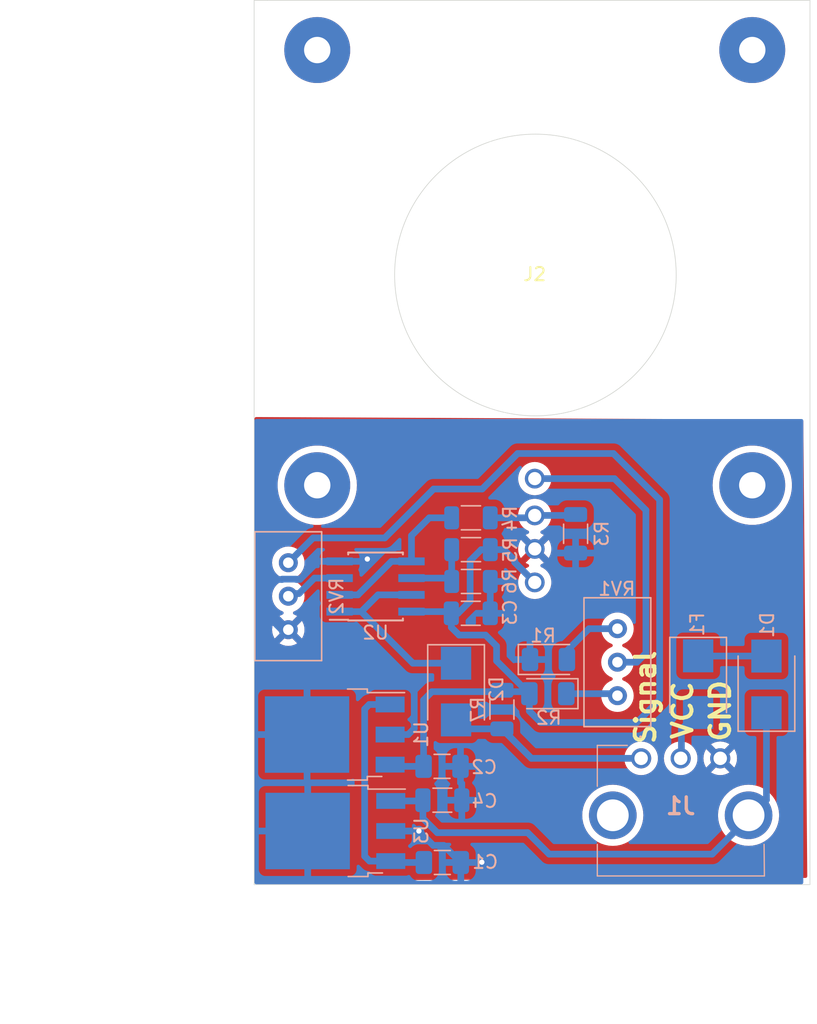
<source format=kicad_pcb>
(kicad_pcb (version 20240108) (generator "pcbnew") (generator_version "8.0")
  (layers (0 "F.Cu" signal) (31 "B.Cu" signal) (34 "B.Paste" user) (35 "F.Paste" user) (36 "B.SilkS" user "B.Silkscreen") (37 "F.SilkS" user "F.Silkscreen") (38 "B.Mask" user) (39 "F.Mask" user) (44 "Edge.Cuts" user))
  (net 0 "")
  (net 1 "GND")
  (net 2 "Net-(U1-IN)")
  (net 3 "+5V")
  (net 4 "Net-(D1-K)")
  (net 5 "VCC")
  (net 6 "Output")
  (net 7 "Vref")
  (net 8 "Net-(R1-Pad2)")
  (net 9 "Net-(R2-Pad1)")
  (net 10 "Net-(D1-A)")
  (net 11 "Net-(D2-K)")
  (net 12 "Net-(D2-A)")
  (net 13 "Net-(U2A--)")
  (net 14 "Net-(U2B--)")
  (net 15 "Net-(U2A-+)")
  (footprint "płytkapróbna:current_sensor" (layer "F.Cu") (at 256.49 88.85)
    (property "Reference" "J2" (at 0 0.5 0) (layer "F.SilkS"))
    (property "Value" "Conn_01x04")
    (pad "" np_thru_hole circle (at -16.5 -16.5) (size 5 5) (drill 2) (layers "*.Cu" "*.Mask"))
    (pad "" np_thru_hole circle (at -16.5 16.5) (size 5 5) (drill 2) (layers "*.Cu" "*.Mask"))
    (pad "" np_thru_hole circle (at 16.5 -16.5) (size 5 5) (drill 2) (layers "*.Cu" "*.Mask"))
    (pad "" np_thru_hole circle (at 16.5 16.5) (size 5 5) (drill 2) (layers "*.Cu" "*.Mask"))
    (pad "1" thru_hole circle (at 0 16) (size 1.5 1.5) (drill 1) (layers "*.Cu" "*.Mask") (net 7 "Vref"))
    (pad "2" thru_hole circle (at 0 18.79) (size 1.5 1.5) (drill 1) (layers "*.Cu" "*.Mask") (net 6 "Output"))
    (pad "3" thru_hole circle (at 0 21.33) (size 1.5 1.5) (drill 1) (layers "*.Cu" "*.Mask") (net 1 "GND"))
    (pad "4" thru_hole circle (at 0 23.87) (size 1.5 1.5) (drill 1) (layers "*.Cu" "*.Mask") (net 3 "+5V"))
  )
  (footprint "Capacitor_SMD:C_1206_3216Metric" (layer "B.Cu") (at 249.4788 133.9596)
    (property "Reference" "C1" (at 3.2512 -0.0396 0) (layer "B.SilkS") (effects (justify mirror)))
    (property "Value" "10uF")
    (fp_line (start -0.602064 -0.91) (end 0.602064 -0.91) (stroke (width 0.12)) (layer "B.SilkS"))
    (fp_line (start -0.602064 0.91) (end 0.602064 0.91) (stroke (width 0.12)) (layer "B.SilkS"))
    (pad "1" smd roundrect (at -1.4 0) (size 1.25 1.75) (layers "B.Cu" "B.Paste" "B.Mask") (roundrect_rratio 0.2) (net 2 "Net-(U1-IN)"))
    (pad "2" smd roundrect (at 1.4 0) (size 1.25 1.75) (layers "B.Cu" "B.Paste" "B.Mask") (roundrect_rratio 0.2) (net 1 "GND"))
  )
  (footprint "Capacitor_SMD:C_1206_3216Metric" (layer "B.Cu") (at 249.4564 126.6698)
    (property "Reference" "C2" (at 3.1936 0.0602 0) (layer "B.SilkS") (effects (justify mirror)))
    (property "Value" "10uF")
    (fp_line (start -0.602064 -0.91) (end 0.602064 -0.91) (stroke (width 0.12)) (layer "B.SilkS"))
    (fp_line (start -0.602064 0.91) (end 0.602064 0.91) (stroke (width 0.12)) (layer "B.SilkS"))
    (pad "1" smd roundrect (at -1.4 0) (size 1.25 1.75) (layers "B.Cu" "B.Paste" "B.Mask") (roundrect_rratio 0.2) (net 3 "+5V"))
    (pad "2" smd roundrect (at 1.4 0) (size 1.25 1.75) (layers "B.Cu" "B.Paste" "B.Mask") (roundrect_rratio 0.2) (net 1 "GND"))
  )
  (footprint "Diode_SMD:D_SMB" (layer "B.Cu") (at 274.066 120.4558 90)
    (property "Reference" "D1" (at 4.5058 0.054 90) (layer "B.SilkS") (effects (justify mirror)))
    (property "Value" "STPS340U")
    (fp_line (start -3.55 -2.15) (end 2.15 -2.15) (stroke (width 0.12)) (layer "B.SilkS"))
    (fp_line (start -3.55 2.15) (end -3.55 -2.15) (stroke (width 0.12)) (layer "B.SilkS"))
    (fp_line (start -3.55 2.15) (end 2.15 2.15) (stroke (width 0.12)) (layer "B.SilkS"))
    (pad "1" smd rect (at -2.15 0 90) (size 2.5 2.3) (layers "B.Cu" "B.Paste" "B.Mask") (net 4 "Net-(D1-K)"))
    (pad "2" smd rect (at 2.15 0 90) (size 2.5 2.3) (layers "B.Cu" "B.Paste" "B.Mask") (net 10 "Net-(D1-A)"))
  )
  (footprint "Molex_microfit:436500304" (layer "B.Cu") (at 264.56 126.06 180)
    (property "Reference" "J1" (at -3 -3.62 0) (layer "B.SilkS") (effects (font (size 1.27 1.27) (thickness 0.254)) (justify mirror)))
    (property "Value" "Conn_01x03_Female" (hide yes))
    (fp_line (start 3.325 0.98) (end 3.325 -2.12) (stroke (width 0.1)) (layer "B.SilkS"))
    (fp_line (start 3.325 -8.92) (end 3.325 -6.52) (stroke (width 0.1)) (layer "B.SilkS"))
    (fp_line (start 1.05 0.98) (end 3.325 0.98) (stroke (width 0.1)) (layer "B.SilkS"))
    (fp_line (start 0.05 1.68) (end 0.05 1.68) (stroke (width 0.1)) (layer "B.SilkS"))
    (fp_line (start 0.05 1.58) (end 0.05 1.58) (stroke (width 0.1)) (layer "B.SilkS"))
    (fp_line (start -9.325 -6.52) (end -9.35 -8.92) (stroke (width 0.1)) (layer "B.SilkS"))
    (fp_line (start -9.35 -8.92) (end 3.325 -8.92) (stroke (width 0.1)) (layer "B.SilkS"))
    (fp_arc (start 0.05 1.68) (mid 0 1.63) (end 0.05 1.58) (stroke (width 0.1)) (layer "B.SilkS"))
    (fp_arc (start 0.05 1.58) (mid 0.1 1.63) (end 0.05 1.68) (stroke (width 0.1)) (layer "B.SilkS"))
    (pad "1" thru_hole circle (at 0 0 180) (size 1.53 1.53) (drill 1.02) (layers "*.Cu" "*.Mask") (net 12 "Net-(D2-A)"))
    (pad "2" thru_hole circle (at -3 0 180) (size 1.53 1.53) (drill 1.02) (layers "*.Cu" "*.Mask") (net 5 "VCC"))
    (pad "3" thru_hole circle (at -6 0 180) (size 1.53 1.53) (drill 1.02) (layers "*.Cu" "*.Mask") (net 1 "GND"))
    (pad "MH1" thru_hole circle (at 2.15 -4.32 180) (size 3.615 3.615) (drill 2.41) (layers "*.Cu" "*.Mask"))
    (pad "MH2" thru_hole circle (at -8.15 -4.32 180) (size 3.615 3.615) (drill 2.41) (layers "*.Cu" "*.Mask"))
  )
  (footprint "Capacitor_SMD:C_1206_3216Metric" (layer "B.Cu") (at 251.636 115.062)
    (property "Reference" "C3" (at 2.974 -0.062 90) (layer "B.SilkS") (effects (justify mirror)))
    (property "Value" "C_Small")
    (fp_line (start -0.711252 -0.91) (end 0.711252 -0.91) (stroke (width 0.12)) (layer "B.SilkS"))
    (fp_line (start -0.711252 0.91) (end 0.711252 0.91) (stroke (width 0.12)) (layer "B.SilkS"))
    (pad "1" smd roundrect (at -1.475 0) (size 1.15 1.8) (layers "B.Cu" "B.Paste" "B.Mask") (roundrect_rratio 0.217391) (net 3 "+5V"))
    (pad "2" smd roundrect (at 1.475 0) (size 1.15 1.8) (layers "B.Cu" "B.Paste" "B.Mask") (roundrect_rratio 0.217391) (net 1 "GND"))
  )
  (footprint "Resistor_SMD:R_1206_3216Metric" (layer "B.Cu") (at 251.6485 107.823)
    (property "Reference" "R4" (at 2.9715 0.057 90) (layer "B.SilkS") (effects (justify mirror)))
    (property "Value" "10k")
    (fp_line (start -0.727064 -0.91) (end 0.727064 -0.91) (stroke (width 0.12)) (layer "B.SilkS"))
    (fp_line (start -0.727064 0.91) (end 0.727064 0.91) (stroke (width 0.12)) (layer "B.SilkS"))
    (pad "1" smd roundrect (at -1.4625 0) (size 1.125 1.75) (layers "B.Cu" "B.Paste" "B.Mask") (roundrect_rratio 0.222222) (net 13 "Net-(U2A--)"))
    (pad "2" smd roundrect (at 1.4625 0) (size 1.125 1.75) (layers "B.Cu" "B.Paste" "B.Mask") (roundrect_rratio 0.222222) (net 6 "Output"))
  )
  (footprint "Resistor_SMD:R_1206_3216Metric" (layer "B.Cu") (at 251.6525 110.236 180)
    (property "Reference" "R5" (at -2.9775 -0.034 90) (layer "B.SilkS") (effects (justify mirror)))
    (property "Value" "100k")
    (fp_line (start -0.727064 0.91) (end 0.727064 0.91) (stroke (width 0.12)) (layer "B.SilkS"))
    (fp_line (start -0.727064 -0.91) (end 0.727064 -0.91) (stroke (width 0.12)) (layer "B.SilkS"))
    (pad "1" smd roundrect (at -1.4625 0 180) (size 1.125 1.75) (layers "B.Cu" "B.Paste" "B.Mask") (roundrect_rratio 0.222222) (net 3 "+5V"))
    (pad "2" smd roundrect (at 1.4625 0 180) (size 1.125 1.75) (layers "B.Cu" "B.Paste" "B.Mask") (roundrect_rratio 0.222222) (net 14 "Net-(U2B--)"))
  )
  (footprint "Package_SO:PowerIntegrations_SO-8" (layer "B.Cu") (at 244.413 113.03)
    (property "Reference" "U2" (at 0 3.5 0) (layer "B.SilkS") (effects (justify mirror)))
    (property "Value" "LM393")
    (fp_line (start -2.075 -2.575) (end -2.075 -2.43) (stroke (width 0.15)) (layer "B.SilkS"))
    (fp_line (start -2.075 -2.575) (end 2.075 -2.575) (stroke (width 0.15)) (layer "B.SilkS"))
    (fp_line (start -2.075 2.525) (end -3.475 2.525) (stroke (width 0.15)) (layer "B.SilkS"))
    (fp_line (start -2.075 2.575) (end -2.075 2.525) (stroke (width 0.15)) (layer "B.SilkS"))
    (fp_line (start -2.075 2.575) (end 2.075 2.575) (stroke (width 0.15)) (layer "B.SilkS"))
    (fp_line (start 2.075 -2.575) (end 2.075 -2.43) (stroke (width 0.15)) (layer "B.SilkS"))
    (fp_line (start 2.075 2.575) (end 2.075 2.43) (stroke (width 0.15)) (layer "B.SilkS"))
    (pad "1" smd rect (at -2.725 1.905) (size 2 0.6) (layers "B.Cu" "B.Paste" "B.Mask") (net 11 "Net-(D2-K)"))
    (pad "2" smd rect (at -2.725 0.635) (size 2 0.6) (layers "B.Cu" "B.Paste" "B.Mask") (net 13 "Net-(U2A--)"))
    (pad "3" smd rect (at -2.725 -0.635) (size 2 0.6) (layers "B.Cu" "B.Paste" "B.Mask") (net 15 "Net-(U2A-+)"))
    (pad "4" smd rect (at -2.725 -1.905) (size 2 0.6) (layers "B.Cu" "B.Paste" "B.Mask") (net 1 "GND"))
    (pad "5" smd rect (at 2.725 -1.905) (size 2 0.6) (layers "B.Cu" "B.Paste" "B.Mask") (net 13 "Net-(U2A--)"))
    (pad "6" smd rect (at 2.725 -0.635) (size 2 0.6) (layers "B.Cu" "B.Paste" "B.Mask") (net 14 "Net-(U2B--)"))
    (pad "7" smd rect (at 2.725 0.635) (size 2 0.6) (layers "B.Cu" "B.Paste" "B.Mask") (net 11 "Net-(D2-K)"))
    (pad "8" smd rect (at 2.725 1.905) (size 2 0.6) (layers "B.Cu" "B.Paste" "B.Mask") (net 3 "+5V"))
  )
  (footprint "Resistor_SMD:R_1206_3216Metric" (layer "B.Cu") (at 251.6525 112.649)
    (property "Reference" "R6" (at 2.9275 -0.019 90) (layer "B.SilkS") (effects (justify mirror)))
    (property "Value" "10k")
    (fp_line (start -0.727064 -0.91) (end 0.727064 -0.91) (stroke (width 0.12)) (layer "B.SilkS"))
    (fp_line (start -0.727064 0.91) (end 0.727064 0.91) (stroke (width 0.12)) (layer "B.SilkS"))
    (pad "1" smd roundrect (at -1.4625 0) (size 1.125 1.75) (layers "B.Cu" "B.Paste" "B.Mask") (roundrect_rratio 0.222222) (net 14 "Net-(U2B--)"))
    (pad "2" smd roundrect (at 1.4625 0) (size 1.125 1.75) (layers "B.Cu" "B.Paste" "B.Mask") (roundrect_rratio 0.222222) (net 1 "GND"))
  )
  (footprint "Resistor_SMD:R_1206_3216Metric" (layer "B.Cu") (at 259.588 109.0315 -90)
    (property "Reference" "R3" (at -0.0115 -1.982 -90) (layer "B.SilkS") (effects (justify mirror)))
    (property "Value" "100k")
    (fp_line (start -0.727064 0.91) (end 0.727064 0.91) (stroke (width 0.12)) (layer "B.SilkS"))
    (fp_line (start -0.727064 -0.91) (end 0.727064 -0.91) (stroke (width 0.12)) (layer "B.SilkS"))
    (pad "1" smd roundrect (at -1.4625 0 270) (size 1.125 1.75) (layers "B.Cu" "B.Paste" "B.Mask") (roundrect_rratio 0.222222) (net 6 "Output"))
    (pad "2" smd roundrect (at 1.4625 0 270) (size 1.125 1.75) (layers "B.Cu" "B.Paste" "B.Mask") (roundrect_rratio 0.222222) (net 1 "GND"))
  )
  (footprint "Capacitor_SMD:C_1206_3216Metric" (layer "B.Cu") (at 249.4806 129.2352)
    (property "Reference" "C4" (at 3.2094 0.0648 180) (layer "B.SilkS") (effects (justify mirror)))
    (property "Value" "10uF")
    (fp_line (start -0.711252 -0.91) (end 0.711252 -0.91) (stroke (width 0.12)) (layer "B.SilkS"))
    (fp_line (start -0.711252 0.91) (end 0.711252 0.91) (stroke (width 0.12)) (layer "B.SilkS"))
    (pad "1" smd roundrect (at -1.475 0) (size 1.15 1.8) (layers "B.Cu" "B.Paste" "B.Mask") (roundrect_rratio 0.217391) (net 4 "Net-(D1-K)"))
    (pad "2" smd roundrect (at 1.475 0) (size 1.15 1.8) (layers "B.Cu" "B.Paste" "B.Mask") (roundrect_rratio 0.217391) (net 1 "GND"))
  )
  (footprint "Package_TO_SOT_SMD:TO-252-3_TabPin2" (layer "B.Cu") (at 241.3666 131.573 180)
    (property "Reference" "U3" (at -6.5234 0.013 -90) (layer "B.SilkS") (effects (justify mirror)))
    (property "Value" "L7812")
    (fp_line (start -0.97 3.45) (end -2.47 3.45) (stroke (width 0.12)) (layer "B.SilkS"))
    (fp_line (start -0.97 -3.45) (end -2.47 -3.45) (stroke (width 0.12)) (layer "B.SilkS"))
    (fp_line (start -2.47 3.45) (end -2.47 3.18) (stroke (width 0.12)) (layer "B.SilkS"))
    (fp_line (start -2.47 3.18) (end -5.3 3.18) (stroke (width 0.12)) (layer "B.SilkS"))
    (fp_line (start -2.47 -3.18) (end -3.57 -3.18) (stroke (width 0.12)) (layer "B.SilkS"))
    (fp_line (start -2.47 -3.45) (end -2.47 -3.18) (stroke (width 0.12)) (layer "B.SilkS"))
    (pad "1" smd rect (at -4.2 2.28 180) (size 2.2 1.2) (layers "B.Cu" "B.Paste" "B.Mask") (net 4 "Net-(D1-K)"))
    (pad "2" smd rect (at -4.2 0 180) (size 2.2 1.2) (layers "B.Cu" "B.Paste" "B.Mask") (net 1 "GND"))
    (pad "2" smd rect (at 2.1 0 180) (size 6.4 5.8) (layers "B.Cu" "B.Mask") (net 1 "GND"))
    (pad "3" smd rect (at -4.2 -2.28 180) (size 2.2 1.2) (layers "B.Cu" "B.Paste" "B.Mask") (net 2 "Net-(U1-IN)"))
  )
  (footprint "Diode_SMD:D_SMB" (layer "B.Cu") (at 250.5202 120.9966 -90)
    (property "Reference" "D2" (at -0.1766 -3.0598 90) (layer "B.SilkS") (effects (justify mirror)))
    (property "Value" "D_Small")
    (fp_line (start -3.55 2.15) (end 2.15 2.15) (stroke (width 0.12)) (layer "B.SilkS"))
    (fp_line (start -3.55 2.15) (end -3.55 -2.15) (stroke (width 0.12)) (layer "B.SilkS"))
    (fp_line (start -3.55 -2.15) (end 2.15 -2.15) (stroke (width 0.12)) (layer "B.SilkS"))
    (pad "1" smd rect (at -2.15 0 270) (size 2.5 2.3) (layers "B.Cu" "B.Paste" "B.Mask") (net 11 "Net-(D2-K)"))
    (pad "2" smd rect (at 2.15 0 270) (size 2.5 2.3) (layers "B.Cu" "B.Paste" "B.Mask") (net 12 "Net-(D2-A)"))
  )
  (footprint "Diode_SMD:D_1206_3216Metric" (layer "B.Cu") (at 257.5276 118.5672)
    (property "Reference" "R1" (at -0.4076 -1.8072 0) (layer "B.SilkS") (effects (justify mirror)))
    (property "Value" "R_Small")
    (fp_line (start -2.285 -1.135) (end 1.6 -1.135) (stroke (width 0.12)) (layer "B.SilkS"))
    (fp_line (start -2.285 1.135) (end -2.285 -1.135) (stroke (width 0.12)) (layer "B.SilkS"))
    (fp_line (start 1.6 1.135) (end -2.285 1.135) (stroke (width 0.12)) (layer "B.SilkS"))
    (pad "1" smd roundrect (at -1.4 0) (size 1.25 1.75) (layers "B.Cu" "B.Paste" "B.Mask") (roundrect_rratio 0.2) (net 1 "GND"))
    (pad "2" smd roundrect (at 1.4 0) (size 1.25 1.75) (layers "B.Cu" "B.Paste" "B.Mask") (roundrect_rratio 0.2) (net 8 "Net-(R1-Pad2)"))
  )
  (footprint "Diode_SMD:D_1206_3216Metric" (layer "B.Cu") (at 257.4828 121.158 180)
    (property "Reference" "R2" (at -0.0672 -1.832 0) (layer "B.SilkS") (effects (justify mirror)))
    (property "Value" "R_Small")
    (fp_line (start 1.6 1.135) (end -2.285 1.135) (stroke (width 0.12)) (layer "B.SilkS"))
    (fp_line (start -2.285 1.135) (end -2.285 -1.135) (stroke (width 0.12)) (layer "B.SilkS"))
    (fp_line (start -2.285 -1.135) (end 1.6 -1.135) (stroke (width 0.12)) (layer "B.SilkS"))
    (pad "1" smd roundrect (at -1.4 0 180) (size 1.25 1.75) (layers "B.Cu" "B.Paste" "B.Mask") (roundrect_rratio 0.2) (net 9 "Net-(R2-Pad1)"))
    (pad "2" smd roundrect (at 1.4 0 180) (size 1.25 1.75) (layers "B.Cu" "B.Paste" "B.Mask") (roundrect_rratio 0.2) (net 3 "+5V"))
  )
  (footprint "Diode_SMD:D_SMB" (layer "B.Cu") (at 268.8844 120.4378 -90)
    (property "Reference" "F1" (at -4.5378 0.0644 -90) (layer "B.SilkS") (effects (justify mirror)))
    (property "Value" "Fuse")
    (fp_line (start -3.55 2.15) (end 2.15 2.15) (stroke (width 0.12)) (layer "B.SilkS"))
    (fp_line (start -3.55 2.15) (end -3.55 -2.15) (stroke (width 0.12)) (layer "B.SilkS"))
    (fp_line (start -3.55 -2.15) (end 2.15 -2.15) (stroke (width 0.12)) (layer "B.SilkS"))
    (pad "1" smd rect (at -2.15 0 270) (size 2.5 2.3) (layers "B.Cu" "B.Paste" "B.Mask") (net 10 "Net-(D1-A)"))
    (pad "2" smd rect (at 2.15 0 270) (size 2.5 2.3) (layers "B.Cu" "B.Paste" "B.Mask") (net 5 "VCC"))
  )
  (footprint "Potentiometer_THT:Potentiometer_Bourns_3296W_Vertical" (layer "B.Cu") (at 262.763 116.2304 90)
    (property "Reference" "RV1" (at 3.0204 -0.053 180) (layer "B.SilkS") (effects (justify mirror)))
    (property "Value" "T910W-20K SR PASSIVES - wieloobrotowy")
    (fp_line (start -7.425 -2.54) (end 2.345 -2.54) (stroke (width 0.12)) (layer "B.SilkS"))
    (fp_line (start 2.345 2.53) (end 2.345 -2.54) (stroke (width 0.12)) (layer "B.SilkS"))
    (fp_line (start -7.425 2.53) (end -7.425 -2.54) (stroke (width 0.12)) (layer "B.SilkS"))
    (fp_line (start -7.425 2.53) (end 2.345 2.53) (stroke (width 0.12)) (layer "B.SilkS"))
    (pad "1" thru_hole circle (at 0 0 90) (size 1.44 1.44) (drill 0.8) (layers "*.Cu" "*.Mask") (net 8 "Net-(R1-Pad2)"))
    (pad "2" thru_hole circle (at -2.54 0 90) (size 1.44 1.44) (drill 0.8) (layers "*.Cu" "*.Mask") (net 7 "Vref"))
    (pad "3" thru_hole circle (at -5.08 0 90) (size 1.44 1.44) (drill 0.8) (layers "*.Cu" "*.Mask") (net 9 "Net-(R2-Pad1)"))
  )
  (footprint "Package_TO_SOT_SMD:TO-252-3_TabPin2" (layer "B.Cu") (at 241.3164 124.2568 180)
    (property "Reference" "U1" (at -6.5636 0.0068 90) (layer "B.SilkS") (effects (justify mirror)))
    (property "Value" "L7805")
    (fp_line (start -0.97 3.45) (end -2.47 3.45) (stroke (width 0.12)) (layer "B.SilkS"))
    (fp_line (start -0.97 -3.45) (end -2.47 -3.45) (stroke (width 0.12)) (layer "B.SilkS"))
    (fp_line (start -2.47 3.45) (end -2.47 3.18) (stroke (width 0.12)) (layer "B.SilkS"))
    (fp_line (start -2.47 3.18) (end -5.3 3.18) (stroke (width 0.12)) (layer "B.SilkS"))
    (fp_line (start -2.47 -3.18) (end -3.57 -3.18) (stroke (width 0.12)) (layer "B.SilkS"))
    (fp_line (start -2.47 -3.45) (end -2.47 -3.18) (stroke (width 0.12)) (layer "B.SilkS"))
    (pad "1" smd rect (at -4.2 2.28 180) (size 2.2 1.2) (layers "B.Cu" "B.Paste" "B.Mask") (net 2 "Net-(U1-IN)"))
    (pad "2" smd rect (at -4.2 0 180) (size 2.2 1.2) (layers "B.Cu" "B.Paste" "B.Mask") (net 1 "GND"))
    (pad "2" smd rect (at 2.1 0 180) (size 6.4 5.8) (layers "B.Cu" "B.Mask") (net 1 "GND"))
    (pad "3" smd rect (at -4.2 -2.28 180) (size 2.2 1.2) (layers "B.Cu" "B.Paste" "B.Mask") (net 3 "+5V"))
  )
  (footprint "Potentiometer_THT:Potentiometer_Bourns_3296W_Vertical" (layer "B.Cu") (at 237.7948 111.2266 90)
    (property "Reference" "RV2" (at -2.54 3.66 90) (layer "B.SilkS") (effects (justify mirror)))
    (property "Value" "T910W-20K SR PASSIVES - wieloobrotowy")
    (fp_line (start -7.425 -2.54) (end 2.345 -2.54) (stroke (width 0.12)) (layer "B.SilkS"))
    (fp_line (start 2.345 2.53) (end 2.345 -2.54) (stroke (width 0.12)) (layer "B.SilkS"))
    (fp_line (start -7.425 2.53) (end -7.425 -2.54) (stroke (width 0.12)) (layer "B.SilkS"))
    (fp_line (start -7.425 2.53) (end 2.345 2.53) (stroke (width 0.12)) (layer "B.SilkS"))
    (pad "1" thru_hole circle (at 0 0 90) (size 1.44 1.44) (drill 0.8) (layers "*.Cu" "*.Mask") (net 3 "+5V"))
    (pad "2" thru_hole circle (at -2.54 0 90) (size 1.44 1.44) (drill 0.8) (layers "*.Cu" "*.Mask") (net 15 "Net-(U2A-+)"))
    (pad "3" thru_hole circle (at -5.08 0 90) (size 1.44 1.44) (drill 0.8) (layers "*.Cu" "*.Mask") (net 1 "GND"))
  )
  (footprint "Resistor_SMD:R_1206_3216Metric" (layer "B.Cu") (at 254 122.3625 -90)
    (property "Reference" "R7" (at 0 1.82 90) (layer "B.SilkS") (effects (justify mirror)))
    (property "Value" "10k")
    (fp_line (start 0.727064 0.91) (end -0.727064 0.91) (stroke (width 0.12)) (layer "B.SilkS"))
    (fp_line (start 0.727064 -0.91) (end -0.727064 -0.91) (stroke (width 0.12)) (layer "B.SilkS"))
    (pad "1" smd roundrect (at -1.4625 0 270) (size 1.125 1.75) (layers "B.Cu" "B.Paste" "B.Mask") (roundrect_rratio 0.222222) (net 3 "+5V"))
    (pad "2" smd roundrect (at 1.4625 0 270) (size 1.125 1.75) (layers "B.Cu" "B.Paste" "B.Mask") (roundrect_rratio 0.222222) (net 12 "Net-(D2-A)"))
  )
  (gr_line (start 235.204 68.58) (end 236.22 68.58) (stroke (width 0.05)) (layer "Edge.Cuts"))
  (gr_line (start 235.204 135.636) (end 235.204 68.58) (stroke (width 0.05)) (layer "Edge.Cuts"))
  (gr_line (start 236.22 68.58) (end 277.368 68.58) (stroke (width 0.05)) (layer "Edge.Cuts"))
  (gr_line (start 277.368 68.58) (end 277.368 135.636) (stroke (width 0.05)) (layer "Edge.Cuts"))
  (gr_line (start 277.368 135.636) (end 235.204 135.636) (stroke (width 0.05)) (layer "Edge.Cuts"))
  (gr_circle (center 256.54 89.408) (end 266.192 93.98) (stroke (width 0.05)) (fill none) (layer "Edge.Cuts"))
  (gr_text "VCC" (at 267.7 122.42 90) (layer "F.SilkS") (effects (font (size 1.5 1.5) (thickness 0.3))))
  (gr_text "Signal" (at 264.89 121.43 90) (layer "F.SilkS") (effects (font (size 1.5 1.5) (thickness 0.3))))
  (gr_text "GND" (at 270.56 122.46 90) (layer "F.SilkS") (effects (font (size 1.5 1.5) (thickness 0.3))))
  (via (at 252.476 133.9342) (size 0.8) (drill 0.4) (layers "F.Cu" "B.Cu") (net 1))
  (via (at 243.7892 110.9472) (size 0.8) (drill 0.4) (layers "F.Cu" "B.Cu") (net 1))
  (via (at 247.7018 131.573) (size 0.8) (drill 0.4) (layers "F.Cu" "B.Cu") (net 1))
  (segment (start 247.7018 131.573) (end 247.7018 131.573) (width 0.508) (layer "B.Cu") (net 1))
  (segment (start 237.327278 112.4966) (end 236.4994 112.4966) (width 0.508) (layer "B.Cu") (net 1))
  (segment (start 236.1946 115.2144) (end 237.2868 116.3066) (width 0.508) (layer "B.Cu") (net 1))
  (segment (start 240.044723 111.125) (end 238.673123 112.4966) (width 0.508) (layer "B.Cu") (net 1))
  (segment (start 237.2868 116.3066) (end 237.7948 116.3066) (width 0.508) (layer "B.Cu") (net 1))
  (segment (start 238.4044 112.4966) (end 238.379 112.4712) (width 0.508) (layer "B.Cu") (net 1))
  (segment (start 247.7018 131.573) (end 248.793 132.6642) (width 0.508) (layer "B.Cu") (net 1))
  (segment (start 240.0808 119.7356) (end 239.2164 120.6) (width 0.508) (layer "B.Cu") (net 1))
  (segment (start 246.888 124.2568) (end 247.34839 123.79641) (width 0.508) (layer "B.Cu") (net 1))
  (segment (start 236.4994 112.4966) (end 236.1946 112.8014) (width 0.508) (layer "B.Cu") (net 1))
  (segment (start 249.5834 132.6642) (end 250.8788 133.9596) (width 0.508) (layer "B.Cu") (net 1))
  (segment (start 246.7102 119.7356) (end 240.0808 119.7356) (width 0.508) (layer "B.Cu") (net 1))
  (segment (start 245.5666 131.573) (end 247.7018 131.573) (width 0.508) (layer "B.Cu") (net 1))
  (segment (start 247.34839 120.37379) (end 246.7102 119.7356) (width 0.508) (layer "B.Cu") (net 1))
  (segment (start 247.34839 123.79641) (end 247.34839 120.37379) (width 0.508) (layer "B.Cu") (net 1))
  (segment (start 245.5164 124.2568) (end 246.888 124.2568) (width 0.508) (layer "B.Cu") (net 1))
  (segment (start 248.793 132.6642) (end 249.5834 132.6642) (width 0.508) (layer "B.Cu") (net 1))
  (segment (start 237.352678 112.4712) (end 237.327278 112.4966) (width 0.508) (layer "B.Cu") (net 1))
  (segment (start 239.2164 120.6) (end 239.2164 124.2568) (width 0.508) (layer "B.Cu") (net 1))
  (segment (start 238.673123 112.4966) (end 238.4044 112.4966) (width 0.508) (layer "B.Cu") (net 1))
  (segment (start 238.379 112.4712) (end 237.352678 112.4712) (width 0.508) (layer "B.Cu") (net 1))
  (segment (start 241.688 111.125) (end 240.044723 111.125) (width 0.508) (layer "B.Cu") (net 1))
  (segment (start 236.1946 112.8014) (end 236.1946 115.2144) (width 0.508) (layer "B.Cu") (net 1))
  (segment (start 243.586 133.4804) (end 243.9586 133.853) (width 0.508) (layer "B.Cu") (net 2))
  (segment (start 243.9586 133.853) (end 245.5666 133.853) (width 0.508) (layer "B.Cu") (net 2))
  (segment (start 243.586 122.3264) (end 243.586 133.4804) (width 0.508) (layer "B.Cu") (net 2))
  (segment (start 248.0788 133.9596) (end 245.6732 133.9596) (width 0.508) (layer "B.Cu") (net 2))
  (segment (start 245.5164 121.9768) (end 243.9356 121.9768) (width 0.508) (layer "B.Cu") (net 2))
  (segment (start 245.6732 133.9596) (end 245.5666 133.853) (width 0.508) (layer "B.Cu") (net 2))
  (segment (start 243.9356 121.9768) (end 243.586 122.3264) (width 0.508) (layer "B.Cu") (net 2))
  (segment (start 253.5936 118.6688) (end 256.0828 121.158) (width 0.508) (layer "B.Cu") (net 3))
  (segment (start 262.4582 102.9462) (end 255.1938 102.9462) (width 0.508) (layer "B.Cu") (net 3))
  (segment (start 250.161 115.062) (end 250.161 116.1252) (width 0.508) (layer "B.Cu") (net 3))
  (segment (start 248.6914 121.0056) (end 255.9304 121.0056) (width 0.508) (layer "B.Cu") (net 3))
  (segment (start 248.0564 126.6698) (end 248.0564 121.6406) (width 0.508) (layer "B.Cu") (net 3))
  (segment (start 251.587 111.0742) (end 251.587 114.1476) (width 0.508) (layer "B.Cu") (net 3))
  (segment (start 256.0828 122.4788) (end 256.9464 123.3424) (width 0.508) (layer "B.Cu") (net 3))
  (segment (start 253.115 110.236) (end 254.1524 110.236) (width 0.508) (layer "B.Cu") (net 3))
  (segment (start 252.4252 110.236) (end 251.587 111.0742) (width 0.508) (layer "B.Cu") (net 3))
  (segment (start 250.6726 115.062) (end 250.161 115.062) (width 0.508) (layer "B.Cu") (net 3))
  (segment (start 256.9464 123.3424) (end 264.2362 123.3424) (width 0.508) (layer "B.Cu") (net 3))
  (segment (start 245.6494 126.6698) (end 245.5164 126.5368) (width 0.508) (layer "B.Cu") (net 3))
  (segment (start 253.5936 117.5512) (end 253.5936 118.6688) (width 0.508) (layer "B.Cu") (net 3))
  (segment (start 254.9652 111.0488) (end 254.9652 111.1952) (width 0.508) (layer "B.Cu") (net 3))
  (segment (start 265.9634 121.6152) (end 265.9634 106.4514) (width 0.508) (layer "B.Cu") (net 3))
  (segment (start 245.11 109.347) (end 239.6744 109.347) (width 0.508) (layer "B.Cu") (net 3))
  (segment (start 255.1938 102.9462) (end 252.5014 105.6386) (width 0.508) (layer "B.Cu") (net 3))
  (segment (start 250.161 116.1252) (end 250.7488 116.713) (width 0.508) (layer "B.Cu") (net 3))
  (segment (start 254.1524 110.236) (end 254.9652 111.0488) (width 0.508) (layer "B.Cu") (net 3))
  (segment (start 255.9304 121.0056) (end 256.0828 121.158) (width 0.508) (layer "B.Cu") (net 3))
  (segment (start 248.0564 121.6406) (end 248.6914 121.0056) (width 0.508) (layer "B.Cu") (net 3))
  (segment (start 265.9634 106.4514) (end 262.4582 102.9462) (width 0.508) (layer "B.Cu") (net 3))
  (segment (start 239.6744 109.347) (end 237.7948 111.2266) (width 0.508) (layer "B.Cu") (net 3))
  (segment (start 254.9652 111.1952) (end 256.49 112.72) (width 0.508) (layer "B.Cu") (net 3))
  (segment (start 252.5014 105.6386) (end 248.8184 105.6386) (width 0.508) (layer "B.Cu") (net 3))
  (segment (start 252.7554 116.713) (end 253.5936 117.5512) (width 0.508) (layer "B.Cu") (net 3))
  (segment (start 247.138 114.935) (end 250.034 114.935) (width 0.508) (layer "B.Cu") (net 3))
  (segment (start 250.034 114.935) (end 250.161 115.062) (width 0.508) (layer "B.Cu") (net 3))
  (segment (start 256.0828 121.158) (end 256.0828 122.4788) (width 0.508) (layer "B.Cu") (net 3))
  (segment (start 248.0564 126.6698) (end 245.6494 126.6698) (width 0.508) (layer "B.Cu") (net 3))
  (segment (start 248.8184 105.6386) (end 245.11 109.347) (width 0.508) (layer "B.Cu") (net 3))
  (segment (start 253.115 110.236) (end 252.4252 110.236) (width 0.508) (layer "B.Cu") (net 3))
  (segment (start 264.2362 123.3424) (end 265.9634 121.6152) (width 0.508) (layer "B.Cu") (net 3))
  (segment (start 251.587 114.1476) (end 250.6726 115.062) (width 0.508) (layer "B.Cu") (net 3))
  (segment (start 250.7488 116.713) (end 252.7554 116.713) (width 0.508) (layer "B.Cu") (net 3))
  (segment (start 274.066 122.6058) (end 274.066 129.2098) (width 0.508) (layer "B.Cu") (net 4))
  (segment (start 248.0056 130.6068) (end 248.0056 129.2352) (width 0.508) (layer "B.Cu") (net 4))
  (segment (start 257.5814 133.3246) (end 255.9558 131.699) (width 0.508) (layer "B.Cu") (net 4))
  (segment (start 255.9558 131.699) (end 249.0978 131.699) (width 0.508) (layer "B.Cu") (net 4))
  (segment (start 245.5666 129.293) (end 247.9478 129.293) (width 0.508) (layer "B.Cu") (net 4))
  (segment (start 269.9512 133.3246) (end 257.5814 133.3246) (width 0.508) (layer "B.Cu") (net 4))
  (segment (start 249.0978 131.699) (end 248.0056 130.6068) (width 0.508) (layer "B.Cu") (net 4))
  (segment (start 247.9478 129.293) (end 248.0056 129.2352) (width 0.508) (layer "B.Cu") (net 4))
  (segment (start 274.066 129.2098) (end 269.9512 133.3246) (width 0.508) (layer "B.Cu") (net 4))
  (segment (start 267.6144 123.8578) (end 268.8844 122.5878) (width 0.508) (layer "B.Cu") (net 5))
  (segment (start 267.6144 126.0074) (end 267.6144 123.8578) (width 0.508) (layer "B.Cu") (net 5))
  (segment (start 253.111 107.823) (end 256.307 107.823) (width 0.508) (layer "B.Cu") (net 6))
  (segment (start 256.49 107.64) (end 259.517 107.64) (width 0.508) (layer "B.Cu") (net 6))
  (segment (start 259.517 107.64) (end 259.588 107.569) (width 0.508) (layer "B.Cu") (net 6))
  (segment (start 256.307 107.823) (end 256.49 107.64) (width 0.508) (layer "B.Cu") (net 6))
  (segment (start 264.2362 118.7704) (end 264.922 118.0846) (width 0.508) (layer "B.Cu") (net 7))
  (segment (start 262.763 118.7704) (end 264.2362 118.7704) (width 0.508) (layer "B.Cu") (net 7))
  (segment (start 264.922 107.2388) (end 262.5332 104.85) (width 0.508) (layer "B.Cu") (net 7))
  (segment (start 262.5332 104.85) (end 256.49 104.85) (width 0.508) (layer "B.Cu") (net 7))
  (segment (start 264.922 118.0846) (end 264.922 107.2388) (width 0.508) (layer "B.Cu") (net 7))
  (segment (start 258.9276 118.5672) (end 258.9276 117.9068) (width 0.508) (layer "B.Cu") (net 8))
  (segment (start 258.9276 117.9068) (end 260.604 116.2304) (width 0.508) (layer "B.Cu") (net 8))
  (segment (start 260.604 116.2304) (end 262.763 116.2304) (width 0.508) (layer "B.Cu") (net 8))
  (segment (start 262.6106 121.158) (end 262.763 121.3104) (width 0.508) (layer "B.Cu") (net 9))
  (segment (start 258.8828 121.158) (end 262.6106 121.158) (width 0.508) (layer "B.Cu") (net 9))
  (segment (start 274.066 118.3058) (end 268.9024 118.3058) (width 0.508) (layer "B.Cu") (net 10))
  (segment (start 268.9024 118.3058) (end 268.8844 118.2878) (width 0.508) (layer "B.Cu") (net 10))
  (segment (start 244.602 113.665) (end 247.138 113.665) (width 0.508) (layer "B.Cu") (net 11))
  (segment (start 250.5202 118.8466) (end 247.2436 118.8466) (width 0.508) (layer "B.Cu") (net 11))
  (segment (start 241.688 114.935) (end 243.332 114.935) (width 0.508) (layer "B.Cu") (net 11))
  (segment (start 247.2436 118.8466) (end 243.332 114.935) (width 0.508) (layer "B.Cu") (net 11))
  (segment (start 243.332 114.935) (end 244.602 113.665) (width 0.508) (layer "B.Cu") (net 11))
  (segment (start 251.1986 123.825) (end 250.5202 123.1466) (width 0.508) (layer "B.Cu") (net 12))
  (segment (start 254 123.825) (end 251.1986 123.825) (width 0.508) (layer "B.Cu") (net 12))
  (segment (start 264.56 126.06) (end 256.235 126.06) (width 0.508) (layer "B.Cu") (net 12))
  (segment (start 256.235 126.06) (end 254 123.825) (width 0.508) (layer "B.Cu") (net 12))
  (segment (start 248.4882 107.823) (end 247.138 109.1732) (width 0.508) (layer "B.Cu") (net 13))
  (segment (start 250.186 107.823) (end 248.4882 107.823) (width 0.508) (layer "B.Cu") (net 13))
  (segment (start 247.138 109.1732) (end 247.138 111.125) (width 0.508) (layer "B.Cu") (net 13))
  (segment (start 245.618 111.125) (end 247.138 111.125) (width 0.508) (layer "B.Cu") (net 13))
  (segment (start 243.078 113.665) (end 245.618 111.125) (width 0.508) (layer "B.Cu") (net 13))
  (segment (start 241.688 113.665) (end 243.078 113.665) (width 0.508) (layer "B.Cu") (net 13))
  (segment (start 247.138 112.395) (end 249.936 112.395) (width 0.508) (layer "B.Cu") (net 14))
  (segment (start 250.19 110.236) (end 250.19 112.649) (width 0.508) (layer "B.Cu") (net 14))
  (segment (start 249.936 112.395) (end 250.19 112.649) (width 0.508) (layer "B.Cu") (net 14))
  (segment (start 237.7948 113.7666) (end 237.998 113.5634) (width 0.508) (layer "B.Cu") (net 15))
  (segment (start 237.998 113.5634) (end 238.6076 113.5634) (width 0.508) (layer "B.Cu") (net 15))
  (segment (start 238.6076 113.5634) (end 239.776 112.395) (width 0.508) (layer "B.Cu") (net 15))
  (segment (start 239.776 112.395) (end 241.688 112.395) (width 0.508) (layer "B.Cu") (net 15))
  (zone (net 1) (net_name "GND") (layer "F.Cu") (connect_pads (clearance 0.508)) (min_thickness 0.254) (fill yes (thermal_gap 0.508) (thermal_bridge_width 0.508))
    (polygon (pts (xy 276.86 100.3808) (xy 277.1648 135.128) (xy 235.279646 135.355912) (xy 235.2802 135.4328) (xy 235.1532 135.3566) (xy 235.279646 135.355912) (xy 235.0262 100.1776)))
  )
  (zone (net 1) (net_name "GND") (layer "B.Cu") (connect_pads (clearance 0.508)) (min_thickness 0.254) (fill yes (thermal_gap 0.508) (thermal_bridge_width 0.508))
    (polygon (pts (xy 276.86 135.89) (xy 234.95 135.89) (xy 234.95 100.33) (xy 276.86 100.33)))
  )
)
</source>
